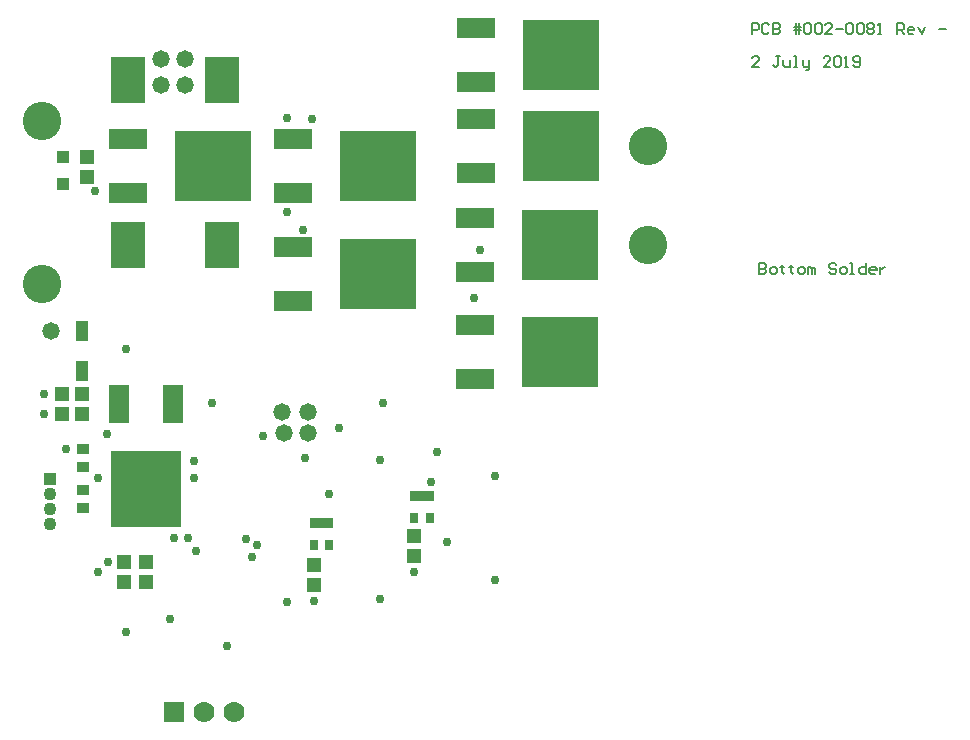
<source format=gbs>
G04*
G04 #@! TF.GenerationSoftware,Altium Limited,Altium Designer,19.0.10 (269)*
G04*
G04 Layer_Color=16711935*
%FSLAX23Y23*%
%MOIN*%
G70*
G01*
G75*
%ADD16C,0.008*%
%ADD38R,0.039X0.039*%
%ADD42R,0.051X0.047*%
%ADD44R,0.126X0.071*%
%ADD45R,0.252X0.236*%
%ADD56C,0.128*%
%ADD57C,0.070*%
%ADD58R,0.070X0.070*%
%ADD59R,0.043X0.043*%
%ADD60C,0.043*%
%ADD61C,0.030*%
%ADD62C,0.058*%
%ADD83R,0.118X0.158*%
%ADD84R,0.043X0.036*%
%ADD85R,0.025X0.032*%
%ADD86R,0.047X0.051*%
%ADD87R,0.041X0.071*%
%ADD88R,0.236X0.252*%
%ADD89R,0.071X0.126*%
D16*
X2450Y1655D02*
Y1620D01*
X2467D01*
X2473Y1626D01*
Y1632D01*
X2467Y1637D01*
X2450D01*
X2467D01*
X2473Y1643D01*
Y1649D01*
X2467Y1655D01*
X2450D01*
X2491Y1620D02*
X2502D01*
X2508Y1626D01*
Y1637D01*
X2502Y1643D01*
X2491D01*
X2485Y1637D01*
Y1626D01*
X2491Y1620D01*
X2526Y1649D02*
Y1643D01*
X2520D01*
X2532D01*
X2526D01*
Y1626D01*
X2532Y1620D01*
X2555Y1649D02*
Y1643D01*
X2549D01*
X2561D01*
X2555D01*
Y1626D01*
X2561Y1620D01*
X2584D02*
X2596D01*
X2602Y1626D01*
Y1637D01*
X2596Y1643D01*
X2584D01*
X2578Y1637D01*
Y1626D01*
X2584Y1620D01*
X2613D02*
Y1643D01*
X2619D01*
X2625Y1637D01*
Y1620D01*
Y1637D01*
X2631Y1643D01*
X2637Y1637D01*
Y1620D01*
X2707Y1649D02*
X2701Y1655D01*
X2689D01*
X2683Y1649D01*
Y1643D01*
X2689Y1637D01*
X2701D01*
X2707Y1632D01*
Y1626D01*
X2701Y1620D01*
X2689D01*
X2683Y1626D01*
X2724Y1620D02*
X2736D01*
X2742Y1626D01*
Y1637D01*
X2736Y1643D01*
X2724D01*
X2718Y1637D01*
Y1626D01*
X2724Y1620D01*
X2753D02*
X2765D01*
X2759D01*
Y1655D01*
X2753D01*
X2806D02*
Y1620D01*
X2788D01*
X2782Y1626D01*
Y1637D01*
X2788Y1643D01*
X2806D01*
X2835Y1620D02*
X2823D01*
X2817Y1626D01*
Y1637D01*
X2823Y1643D01*
X2835D01*
X2841Y1637D01*
Y1632D01*
X2817D01*
X2852Y1643D02*
Y1620D01*
Y1632D01*
X2858Y1637D01*
X2864Y1643D01*
X2870D01*
X2448Y2310D02*
X2425D01*
X2448Y2333D01*
Y2339D01*
X2442Y2345D01*
X2431D01*
X2425Y2339D01*
X2518Y2345D02*
X2507D01*
X2512D01*
Y2316D01*
X2507Y2310D01*
X2501D01*
X2495Y2316D01*
X2530Y2333D02*
Y2316D01*
X2536Y2310D01*
X2553D01*
Y2333D01*
X2565Y2310D02*
X2577D01*
X2571D01*
Y2345D01*
X2565D01*
X2594Y2333D02*
Y2316D01*
X2600Y2310D01*
X2617D01*
Y2304D01*
X2612Y2298D01*
X2606D01*
X2617Y2310D02*
Y2333D01*
X2687Y2310D02*
X2664D01*
X2687Y2333D01*
Y2339D01*
X2682Y2345D01*
X2670D01*
X2664Y2339D01*
X2699D02*
X2705Y2345D01*
X2717D01*
X2722Y2339D01*
Y2316D01*
X2717Y2310D01*
X2705D01*
X2699Y2316D01*
Y2339D01*
X2734Y2310D02*
X2746D01*
X2740D01*
Y2345D01*
X2734Y2339D01*
X2763Y2316D02*
X2769Y2310D01*
X2781D01*
X2787Y2316D01*
Y2339D01*
X2781Y2345D01*
X2769D01*
X2763Y2339D01*
Y2333D01*
X2769Y2327D01*
X2787D01*
X2425Y2420D02*
Y2455D01*
X2442D01*
X2448Y2449D01*
Y2437D01*
X2442Y2432D01*
X2425D01*
X2483Y2449D02*
X2477Y2455D01*
X2466D01*
X2460Y2449D01*
Y2426D01*
X2466Y2420D01*
X2477D01*
X2483Y2426D01*
X2495Y2455D02*
Y2420D01*
X2512D01*
X2518Y2426D01*
Y2432D01*
X2512Y2437D01*
X2495D01*
X2512D01*
X2518Y2443D01*
Y2449D01*
X2512Y2455D01*
X2495D01*
X2571Y2420D02*
Y2455D01*
X2582D02*
Y2420D01*
X2565Y2443D02*
X2582D01*
X2588D01*
X2565Y2432D02*
X2588D01*
X2600Y2449D02*
X2606Y2455D01*
X2617D01*
X2623Y2449D01*
Y2426D01*
X2617Y2420D01*
X2606D01*
X2600Y2426D01*
Y2449D01*
X2635D02*
X2641Y2455D01*
X2652D01*
X2658Y2449D01*
Y2426D01*
X2652Y2420D01*
X2641D01*
X2635Y2426D01*
Y2449D01*
X2693Y2420D02*
X2670D01*
X2693Y2443D01*
Y2449D01*
X2687Y2455D01*
X2676D01*
X2670Y2449D01*
X2705Y2437D02*
X2728D01*
X2740Y2449D02*
X2746Y2455D01*
X2757D01*
X2763Y2449D01*
Y2426D01*
X2757Y2420D01*
X2746D01*
X2740Y2426D01*
Y2449D01*
X2775D02*
X2781Y2455D01*
X2792D01*
X2798Y2449D01*
Y2426D01*
X2792Y2420D01*
X2781D01*
X2775Y2426D01*
Y2449D01*
X2810D02*
X2816Y2455D01*
X2827D01*
X2833Y2449D01*
Y2443D01*
X2827Y2437D01*
X2833Y2432D01*
Y2426D01*
X2827Y2420D01*
X2816D01*
X2810Y2426D01*
Y2432D01*
X2816Y2437D01*
X2810Y2443D01*
Y2449D01*
X2816Y2437D02*
X2827D01*
X2845Y2420D02*
X2857D01*
X2851D01*
Y2455D01*
X2845Y2449D01*
X2909Y2420D02*
Y2455D01*
X2927D01*
X2932Y2449D01*
Y2437D01*
X2927Y2432D01*
X2909D01*
X2921D02*
X2932Y2420D01*
X2961D02*
X2950D01*
X2944Y2426D01*
Y2437D01*
X2950Y2443D01*
X2961D01*
X2967Y2437D01*
Y2432D01*
X2944D01*
X2979Y2443D02*
X2991Y2420D01*
X3002Y2443D01*
X3049Y2437D02*
X3072D01*
D38*
X130Y1921D02*
D03*
Y2010D02*
D03*
D42*
X191Y1220D02*
D03*
X124D02*
D03*
X191Y1153D02*
D03*
X124D02*
D03*
D44*
X897Y1530D02*
D03*
Y1710D02*
D03*
X1502Y1270D02*
D03*
Y1450D02*
D03*
X1505Y2260D02*
D03*
Y2440D02*
D03*
X897Y1890D02*
D03*
Y2070D02*
D03*
X1502Y1625D02*
D03*
Y1805D02*
D03*
X1505Y1955D02*
D03*
Y2135D02*
D03*
X345Y2070D02*
D03*
Y1890D02*
D03*
D45*
X1180Y1620D02*
D03*
X1785Y1360D02*
D03*
X1788Y2350D02*
D03*
X1180Y1980D02*
D03*
X1785Y1715D02*
D03*
X1788Y2045D02*
D03*
X628Y1980D02*
D03*
D56*
X60Y2130D02*
D03*
Y1585D02*
D03*
X2080Y1715D02*
D03*
Y2045D02*
D03*
D57*
X700Y160D02*
D03*
X600D02*
D03*
D58*
X500D02*
D03*
D59*
X85Y935D02*
D03*
D60*
Y885D02*
D03*
Y835D02*
D03*
Y785D02*
D03*
D61*
X572Y695D02*
D03*
X760Y675D02*
D03*
X964Y530D02*
D03*
X1300Y625D02*
D03*
X876Y1825D02*
D03*
X930Y1765D02*
D03*
X876Y2140D02*
D03*
X65Y1218D02*
D03*
X795Y1080D02*
D03*
X935Y1005D02*
D03*
X1050Y1105D02*
D03*
X275Y1085D02*
D03*
X340Y1370D02*
D03*
X235Y1895D02*
D03*
X625Y1188D02*
D03*
X65Y1153D02*
D03*
X245Y625D02*
D03*
X544Y739D02*
D03*
X739Y737D02*
D03*
X485Y470D02*
D03*
X675Y380D02*
D03*
X1185Y1000D02*
D03*
X500Y738D02*
D03*
X565Y995D02*
D03*
X565Y940D02*
D03*
X140Y1035D02*
D03*
X280Y660D02*
D03*
X1195Y1190D02*
D03*
X960Y2135D02*
D03*
X1569Y600D02*
D03*
X1015Y885D02*
D03*
X245Y940D02*
D03*
X340Y425D02*
D03*
X1355Y925D02*
D03*
X876Y525D02*
D03*
X1185Y535D02*
D03*
X1569Y945D02*
D03*
X1520Y1700D02*
D03*
X1500Y1540D02*
D03*
X1410Y725D02*
D03*
X1375Y1025D02*
D03*
X774Y715D02*
D03*
D62*
X90Y1430D02*
D03*
X865Y1090D02*
D03*
X860Y1160D02*
D03*
X945Y1090D02*
D03*
Y1160D02*
D03*
X535Y2335D02*
D03*
X455D02*
D03*
X535Y2250D02*
D03*
X455D02*
D03*
D83*
X345Y1715D02*
D03*
X660D02*
D03*
Y2265D02*
D03*
X345D02*
D03*
D84*
X195Y975D02*
D03*
Y1035D02*
D03*
Y900D02*
D03*
Y840D02*
D03*
D85*
X1351Y805D02*
D03*
Y880D02*
D03*
X1325D02*
D03*
X1299D02*
D03*
Y805D02*
D03*
X1015Y715D02*
D03*
Y790D02*
D03*
X989D02*
D03*
X964D02*
D03*
Y715D02*
D03*
D86*
Y650D02*
D03*
Y583D02*
D03*
X405Y660D02*
D03*
Y593D02*
D03*
X331Y660D02*
D03*
Y593D02*
D03*
X1300Y678D02*
D03*
Y745D02*
D03*
X210Y1943D02*
D03*
Y2010D02*
D03*
D87*
X191Y1295D02*
D03*
Y1429D02*
D03*
D88*
X405Y903D02*
D03*
D89*
X495Y1185D02*
D03*
X315D02*
D03*
M02*

</source>
